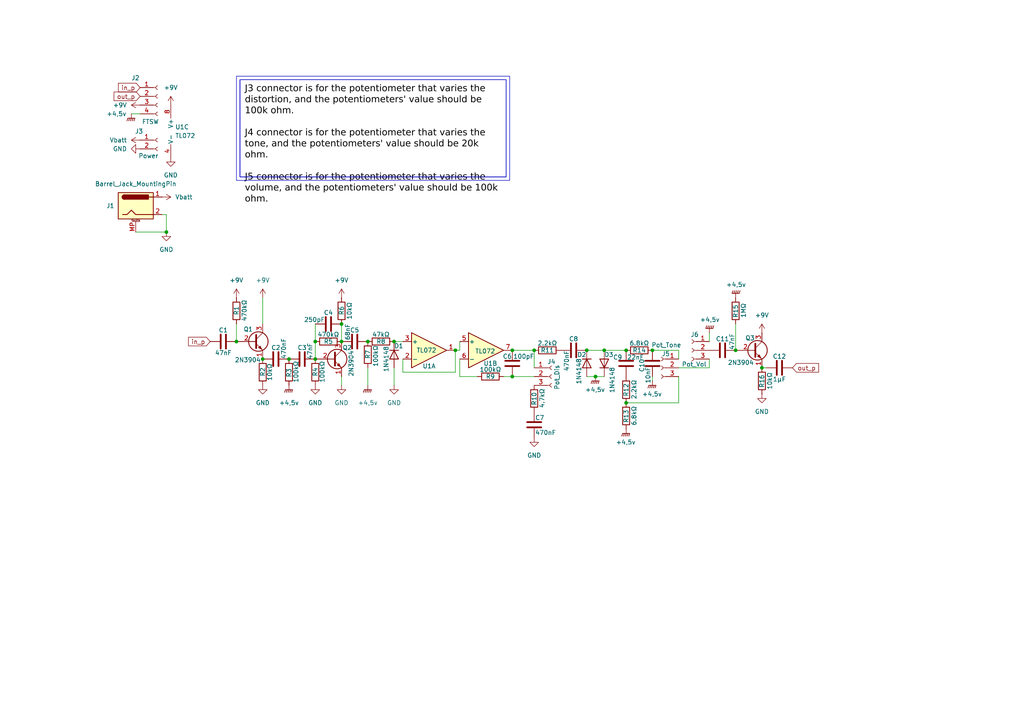
<source format=kicad_sch>
(kicad_sch (version 20231120) (generator "eeschema") (generator_version "8.0")
  (paper "A4")
  (lib_symbols
    (symbol "Amplifier_Operational:TL072" (pin_names (offset 0.127))
      (property "Reference" "U" (at 0 5.08 0))
      (property "Value" "TL072" (at 0 -5.08 0))
      (symbol "TL072_1_1"
        (polyline (pts (xy -5.08 5.08) (xy 5.08 0) (xy -5.08 -5.08) (xy -5.08 5.08)) (stroke (width 0.254)) (fill (type background)))
        (pin output line (at 7.62 0 180) (length 2.54) (name "~") (number "1"))
        (pin input line (at -7.62 -2.54 0) (length 2.54) (name "-") (number "2"))
        (pin input line (at -7.62 2.54 0) (length 2.54) (name "+") (number "3"))
      )
      (symbol "TL072_2_1"
        (polyline (pts (xy -5.08 5.08) (xy 5.08 0) (xy -5.08 -5.08) (xy -5.08 5.08)) (stroke (width 0.254)) (fill (type background)))
        (pin input line (at -7.62 2.54 0) (length 2.54) (name "+") (number "5"))
        (pin input line (at -7.62 -2.54 0) (length 2.54) (name "-") (number "6"))
        (pin output line (at 7.62 0 180) (length 2.54) (name "~") (number "7"))
      )
      (symbol "TL072_3_1"
        (pin power_in line (at -2.54 -7.62 90) (length 3.81) (name "V-") (number "4"))
        (pin power_in line (at -2.54 7.62 270) (length 3.81) (name "V+") (number "8"))
      )
    )
    (symbol "Connector:Barrel_Jack_MountingPin" (pin_names hide)
      (property "Reference" "J" (at 0 5.334 0))
      (property "Value" "Barrel_Jack_MountingPin" (at 1.27 -6.35 0))
      (symbol "Barrel_Jack_MountingPin_0_1"
        (rectangle (start -5.08 3.81) (end 5.08 -3.81) (stroke (width 0.254)) (fill (type background)))
        (arc (start -3.302 3.175) (mid -3.9343 2.54) (end -3.302 1.905) (stroke (width 0.254)))
        (arc (start -3.302 3.175) (mid -3.9343 2.54) (end -3.302 1.905) (stroke (width 0.254)) (fill (type outline)))
        (polyline (pts (xy 5.08 2.54) (xy 3.81 2.54)) (stroke (width 0.254)))
        (polyline (pts (xy -3.81 -2.54) (xy -2.54 -2.54) (xy -1.27 -1.27) (xy 0 -2.54) (xy 2.54 -2.54) (xy 5.08 -2.54)) (stroke (width 0.254)))
        (rectangle (start 3.683 3.175) (end -3.302 1.905) (stroke (width 0.254)) (fill (type outline)))
      )
      (symbol "Barrel_Jack_MountingPin_1_1"
        (polyline (pts (xy -1.016 -4.572) (xy 1.016 -4.572)) (stroke (width 0.1524)))
        (text "Mounting" (at 0 -4.191 0) (effects (font (size 0.381 0.381))))
        (pin passive line (at 7.62 2.54 180) (length 2.54) (name "~") (number "1"))
        (pin passive line (at 7.62 -2.54 180) (length 2.54) (name "~") (number "2"))
        (pin passive line (at 0 -7.62 90) (length 3.048) (name "MountPin") (number "MP"))
      )
    )
    (symbol "Connector:Conn_01x02_Socket" (pin_names (offset 1.016) hide)
      (property "Reference" "J" (at 0 2.54 0))
      (property "Value" "Conn_01x02_Socket" (at 0 -5.08 0))
      (symbol "Conn_01x02_Socket_1_1"
        (arc (start 0 -2.032) (mid -0.5058 -2.54) (end 0 -3.048) (stroke (width 0.1524)))
        (polyline (pts (xy -1.27 -2.54) (xy -0.508 -2.54)) (stroke (width 0.1524)))
        (polyline (pts (xy -1.27 0) (xy -0.508 0)) (stroke (width 0.1524)))
        (arc (start 0 0.508) (mid -0.5058 0) (end 0 -0.508) (stroke (width 0.1524)))
        (pin passive line (at -5.08 0 0) (length 3.81) (name "Pin_1") (number "1"))
        (pin passive line (at -5.08 -2.54 0) (length 3.81) (name "Pin_2") (number "2"))
      )
    )
    (symbol "Connector:Conn_01x03_Socket" (pin_names (offset 1.016) hide)
      (property "Reference" "J" (at 0 5.08 0))
      (property "Value" "Conn_01x03_Socket" (at 0 -5.08 0))
      (symbol "Conn_01x03_Socket_1_1"
        (arc (start 0 -2.032) (mid -0.5058 -2.54) (end 0 -3.048) (stroke (width 0.1524)))
        (polyline (pts (xy -1.27 -2.54) (xy -0.508 -2.54)) (stroke (width 0.1524)))
        (polyline (pts (xy -1.27 0) (xy -0.508 0)) (stroke (width 0.1524)))
        (polyline (pts (xy -1.27 2.54) (xy -0.508 2.54)) (stroke (width 0.1524)))
        (arc (start 0 0.508) (mid -0.5058 0) (end 0 -0.508) (stroke (width 0.1524)))
        (arc (start 0 3.048) (mid -0.5058 2.54) (end 0 2.032) (stroke (width 0.1524)))
        (pin passive line (at -5.08 2.54 0) (length 3.81) (name "Pin_1") (number "1"))
        (pin passive line (at -5.08 0 0) (length 3.81) (name "Pin_2") (number "2"))
        (pin passive line (at -5.08 -2.54 0) (length 3.81) (name "Pin_3") (number "3"))
      )
    )
    (symbol "Connector:Conn_01x04_Socket" (pin_names (offset 1.016) hide)
      (property "Reference" "J" (at 0 5.08 0))
      (property "Value" "Conn_01x04_Socket" (at 0 -7.62 0))
      (symbol "Conn_01x04_Socket_1_1"
        (arc (start 0 -4.572) (mid -0.5058 -5.08) (end 0 -5.588) (stroke (width 0.1524)))
        (arc (start 0 -2.032) (mid -0.5058 -2.54) (end 0 -3.048) (stroke (width 0.1524)))
        (polyline (pts (xy -1.27 -5.08) (xy -0.508 -5.08)) (stroke (width 0.1524)))
        (polyline (pts (xy -1.27 -2.54) (xy -0.508 -2.54)) (stroke (width 0.1524)))
        (polyline (pts (xy -1.27 0) (xy -0.508 0)) (stroke (width 0.1524)))
        (polyline (pts (xy -1.27 2.54) (xy -0.508 2.54)) (stroke (width 0.1524)))
        (arc (start 0 0.508) (mid -0.5058 0) (end 0 -0.508) (stroke (width 0.1524)))
        (arc (start 0 3.048) (mid -0.5058 2.54) (end 0 2.032) (stroke (width 0.1524)))
        (pin passive line (at -5.08 2.54 0) (length 3.81) (name "Pin_1") (number "1"))
        (pin passive line (at -5.08 0 0) (length 3.81) (name "Pin_2") (number "2"))
        (pin passive line (at -5.08 -2.54 0) (length 3.81) (name "Pin_3") (number "3"))
        (pin passive line (at -5.08 -5.08 0) (length 3.81) (name "Pin_4") (number "4"))
      )
    )
    (symbol "Device:C" (pin_numbers hide) (pin_names (offset 0.254))
      (property "Reference" "C" (at 0.635 2.54 0))
      (property "Value" "C" (at 0.635 -2.54 0))
      (symbol "C_0_1"
        (polyline (pts (xy -2.032 -0.762) (xy 2.032 -0.762)) (stroke (width 0.508)))
        (polyline (pts (xy -2.032 0.762) (xy 2.032 0.762)) (stroke (width 0.508)))
      )
      (symbol "C_1_1"
        (pin passive line (at 0 3.81 270) (length 2.794) (name "~") (number "1"))
        (pin passive line (at 0 -3.81 90) (length 2.794) (name "~") (number "2"))
      )
    )
    (symbol "Device:R" (pin_numbers hide) (pin_names (offset 0))
      (property "Reference" "R" (at 2.032 0 90))
      (property "Value" "R" (at 0 0 90))
      (symbol "R_0_1"
        (rectangle (start -1.016 -2.54) (end 1.016 2.54) (stroke (width 0.254)))
      )
      (symbol "R_1_1"
        (pin passive line (at 0 3.81 270) (length 1.27) (name "~") (number "1"))
        (pin passive line (at 0 -3.81 90) (length 1.27) (name "~") (number "2"))
      )
    )
    (symbol "Diode:1N4148" (pin_numbers hide) (pin_names hide)
      (property "Reference" "D" (at 0 2.54 0))
      (property "Value" "1N4148" (at 0 -2.54 0))
      (symbol "1N4148_0_1"
        (polyline (pts (xy -1.27 1.27) (xy -1.27 -1.27)) (stroke (width 0.254)))
        (polyline (pts (xy 1.27 0) (xy -1.27 0)))
        (polyline (pts (xy 1.27 1.27) (xy 1.27 -1.27) (xy -1.27 0) (xy 1.27 1.27)) (stroke (width 0.254)))
      )
      (symbol "1N4148_1_1"
        (pin passive line (at -3.81 0 0) (length 2.54) (name "K") (number "1"))
        (pin passive line (at 3.81 0 180) (length 2.54) (name "A") (number "2"))
      )
    )
    (symbol "Transistor_BJT:2N3904" (pin_names (offset 0) hide)
      (property "Reference" "Q" (at 5.08 1.905 0))
      (property "Value" "2N3904" (at 5.08 0 0))
      (symbol "2N3904_0_1"
        (polyline (pts (xy 0.635 0.635) (xy 2.54 2.54)))
        (polyline (pts (xy 0.635 -0.635) (xy 2.54 -2.54) (xy 2.54 -2.54)))
        (polyline (pts (xy 0.635 1.905) (xy 0.635 -1.905) (xy 0.635 -1.905)) (stroke (width 0.508)))
        (polyline (pts (xy 1.27 -1.778) (xy 1.778 -1.27) (xy 2.286 -2.286) (xy 1.27 -1.778) (xy 1.27 -1.778)) (fill (type outline)))
        (circle (center 1.27 0) (radius 2.8194) (stroke (width 0.254)))
      )
      (symbol "2N3904_1_1"
        (pin passive line (at 2.54 -5.08 90) (length 2.54) (name "E") (number "1"))
        (pin passive line (at -5.08 0 0) (length 5.715) (name "B") (number "2"))
        (pin passive line (at 2.54 5.08 270) (length 2.54) (name "C") (number "3"))
      )
    )
    (symbol "power:+9V" (power) (pin_numbers hide) (pin_names (offset 0) hide)
      (property "Value" "+9V" (at 0 3.556 0))
      (symbol "+9V_0_1"
        (polyline (pts (xy -0.762 1.27) (xy 0 2.54)))
        (polyline (pts (xy 0 0) (xy 0 2.54)))
        (polyline (pts (xy 0 2.54) (xy 0.762 1.27)))
      )
      (symbol "+9V_1_1"
        (pin power_in line (at 0 0 90) (length 0) (name "~") (number "1"))
      )
    )
    (symbol "power:+BATT" (power) (pin_numbers hide) (pin_names (offset 0) hide)
      (property "Value" "+BATT" (at 0 3.556 0))
      (symbol "+BATT_0_1"
        (polyline (pts (xy -0.762 1.27) (xy 0 2.54)))
        (polyline (pts (xy 0 0) (xy 0 2.54)))
        (polyline (pts (xy 0 2.54) (xy 0.762 1.27)))
      )
      (symbol "+BATT_1_1"
        (pin power_in line (at 0 0 90) (length 0) (name "~") (number "1"))
      )
    )
    (symbol "power:GND" (power) (pin_numbers hide) (pin_names (offset 0) hide)
      (property "Value" "GND" (at 0 -3.81 0))
      (symbol "GND_0_1"
        (polyline (pts (xy 0 0) (xy 0 -1.27) (xy 1.27 -1.27) (xy 0 -2.54) (xy -1.27 -1.27) (xy 0 -1.27)))
      )
      (symbol "GND_1_1"
        (pin power_in line (at 0 0 270) (length 0) (name "~") (number "1"))
      )
    )
    (symbol "power:GNDPWR" (power) (pin_numbers hide) (pin_names (offset 0) hide)
      (property "Value" "GNDPWR" (at 0 -3.302 0))
      (symbol "GNDPWR_0_1"
        (polyline (pts (xy 0 -1.27) (xy 0 0)))
        (polyline (pts (xy -1.016 -1.27) (xy -1.27 -2.032) (xy -1.27 -2.032)) (stroke (width 0.2032)))
        (polyline (pts (xy -0.508 -1.27) (xy -0.762 -2.032) (xy -0.762 -2.032)) (stroke (width 0.2032)))
        (polyline (pts (xy 0 -1.27) (xy -0.254 -2.032) (xy -0.254 -2.032)) (stroke (width 0.2032)))
        (polyline (pts (xy 0.508 -1.27) (xy 0.254 -2.032) (xy 0.254 -2.032)) (stroke (width 0.2032)))
        (polyline (pts (xy 1.016 -1.27) (xy -1.016 -1.27) (xy -1.016 -1.27)) (stroke (width 0.2032)))
        (polyline (pts (xy 1.016 -1.27) (xy 0.762 -2.032) (xy 0.762 -2.032) (xy 0.762 -2.032)) (stroke (width 0.2032)))
      )
      (symbol "GNDPWR_1_1"
        (pin power_in line (at 0 0 270) (length 0) (name "~") (number "1"))
      )
    )
  )
  (junction (at 91.44 104.14))
  (junction (at 148.59 109.22))
  (junction (at 148.59 101.6))
  (junction (at 181.61 101.6))
  (junction (at 181.61 116.84))
  (junction (at 132.08 101.6))
  (junction (at 83.82 104.14))
  (junction (at 91.44 99.06))
  (junction (at 99.06 99.06))
  (junction (at 170.18 101.6))
  (junction (at 172.72 109.22))
  (junction (at 213.36 101.6))
  (junction (at 76.2 104.14))
  (junction (at 106.68 99.06))
  (junction (at 114.3 99.06))
  (junction (at 48.26 67.31))
  (junction (at 175.26 101.6))
  (junction (at 189.23 101.6))
  (junction (at 220.98 106.68))
  (junction (at 99.06 93.98))
  (junction (at 68.58 99.06))
  (junction (at 154.94 101.6))
  (wire (pts (xy 116.84 107.95) (xy 132.08 107.95)))
  (wire (pts (xy 175.26 101.6) (xy 181.61 101.6)))
  (wire (pts (xy 148.59 101.6) (xy 154.94 101.6)))
  (wire (pts (xy 196.85 116.84) (xy 196.85 109.22)))
  (wire (pts (xy 39.37 67.31) (xy 48.26 67.31)))
  (wire (pts (xy 114.3 111.76) (xy 114.3 106.68)))
  (wire (pts (xy 99.06 93.98) (xy 99.06 99.06)))
  (wire (pts (xy 205.74 104.14) (xy 205.74 106.68)))
  (wire (pts (xy 91.44 99.06) (xy 91.44 104.14)))
  (wire (pts (xy 205.74 106.68) (xy 196.85 106.68)))
  (wire (pts (xy 170.18 109.22) (xy 172.72 109.22)))
  (wire (pts (xy 222.25 106.68) (xy 220.98 106.68)))
  (wire (pts (xy 205.74 96.52) (xy 205.74 99.06)))
  (wire (pts (xy 38.1 33.02) (xy 40.64 33.02)))
  (wire (pts (xy 196.85 104.14) (xy 196.85 101.6)))
  (wire (pts (xy 91.44 93.98) (xy 91.44 99.06)))
  (wire (pts (xy 68.58 93.98) (xy 68.58 99.06)))
  (wire (pts (xy 133.35 99.06) (xy 133.35 101.6)))
  (wire (pts (xy 132.08 101.6) (xy 133.35 101.6)))
  (wire (pts (xy 133.35 109.22) (xy 133.35 104.14)))
  (wire (pts (xy 213.36 93.98) (xy 213.36 101.6)))
  (wire (pts (xy 114.3 99.06) (xy 116.84 99.06)))
  (wire (pts (xy 146.05 109.22) (xy 148.59 109.22)))
  (wire (pts (xy 116.84 104.14) (xy 116.84 107.95)))
  (wire (pts (xy 172.72 109.22) (xy 175.26 109.22)))
  (wire (pts (xy 196.85 101.6) (xy 189.23 101.6)))
  (wire (pts (xy 154.94 101.6) (xy 154.94 106.68)))
  (wire (pts (xy 132.08 107.95) (xy 132.08 101.6)))
  (wire (pts (xy 170.18 101.6) (xy 175.26 101.6)))
  (wire (pts (xy 138.43 109.22) (xy 133.35 109.22)))
  (wire (pts (xy 99.06 109.22) (xy 99.06 111.76)))
  (wire (pts (xy 76.2 86.36) (xy 76.2 93.98)))
  (wire (pts (xy 106.68 111.76) (xy 106.68 106.68)))
  (wire (pts (xy 48.26 67.31) (xy 48.26 62.23)))
  (wire (pts (xy 148.59 109.22) (xy 154.94 109.22)))
  (wire (pts (xy 189.23 109.22) (xy 189.23 110.49)))
  (wire (pts (xy 46.99 62.23) (xy 48.26 62.23)))
  (wire (pts (xy 181.61 116.84) (xy 196.85 116.84)))
  (rectangle (start 68.58 22.098) (end 147.828 52.324))
  (rectangle (start 69.596 23.114) (end 146.812 51.308))
  (text_box "J3 connector is for the potentiometer that varies the distortion, and the potentiometers' value should be 100k ohm.\n\nJ4 connector is for the potentiometer that varies the tone, and the potentiometers' value should be 20k ohm.\n\nJ5 connector is for the potentiometer that varies the volume, and the potentiometers' value should be 100k ohm." (at 69.596 23.114 0) (size 77.216 28.194) (effects (font (size 1.905 1.905) (italic yes)) (justify left top)))
  (global_label "in_p" (shape input) (at 40.64 25.4 180) (property "Intersheetrefs" "${INTERSHEET_REFS}" (effects (hide yes))))
  (global_label "in_p" (shape input) (at 60.96 99.06 180) (property "Intersheetrefs" "${INTERSHEET_REFS}" (effects (hide yes))))
  (global_label "out_p" (shape input) (at 40.64 27.94 180) (property "Intersheetrefs" "${INTERSHEET_REFS}" (effects (hide yes))))
  (global_label "out_p" (shape input) (at 229.87 106.68 0) (property "Intersheetrefs" "${INTERSHEET_REFS}" (effects (hide yes))))
  (symbol (lib_id "Amplifier_Operational:TL072") (at 140.97 101.6 0) (unit 2)
    (property "Reference" "U1" (at 142.24 105.41 0))
    (property "Value" "TL072" (at 140.716 101.854 0))
    (property "Footprint" "Package_DIP:DIP-8_W8.89mm_SMDSocket_LongPads" (effects (hide yes)))
    (property "Datasheet" "http://www.ti.com/lit/ds/symlink/tl071.pdf" (effects (hide yes)))
    (property "Description" "Dual Low-Noise JFET-Input Operational Amplifiers, DIP-8/SOIC-8" (effects (hide yes)))
  )
  (symbol (lib_id "Transistor_BJT:2N3904") (at 73.66 99.06 0) (unit 1)
    (property "Reference" "Q1" (at 70.612 95.504 0) (effects (justify left)))
    (property "Value" "2N3904" (at 68.072 104.394 0) (effects (justify left)))
    (property "Footprint" "Package_TO_SOT_THT:TO-92_Inline" (effects (hide yes)))
    (property "Datasheet" "https://www.onsemi.com/pub/Collateral/2N3903-D.PDF" (effects (hide yes)))
    (property "Description" "0.2A Ic, 40V Vce, Small Signal NPN Transistor, TO-92" (effects (hide yes)))
  )
  (symbol (lib_id "Amplifier_Operational:TL072") (at 52.07 38.1 0) (unit 3)
    (property "Reference" "U1" (at 50.8 36.8299 0) (effects (justify left)))
    (property "Value" "TL072" (at 50.8 39.3699 0) (effects (justify left)))
    (property "Footprint" "Package_DIP:DIP-8_W8.89mm_SMDSocket_LongPads" (effects (hide yes)))
    (property "Datasheet" "http://www.ti.com/lit/ds/symlink/tl071.pdf" (effects (hide yes)))
    (property "Description" "Dual Low-Noise JFET-Input Operational Amplifiers, DIP-8/SOIC-8" (effects (hide yes)))
  )
  (symbol (lib_id "power:+9V") (at 99.06 86.36 0) (unit 1)
    (property "Reference" "#PWR014" (effects (hide yes)))
    (property "Value" "+9V" (at 99.06 81.28 0))
    (property "Description" "Power symbol creates a global label with name \"+9V\"" (effects (hide yes)))
  )
  (symbol (lib_id "Device:R") (at 76.2 107.95 0) (unit 1)
    (property "Reference" "R2" (at 76.2 109.22 90) (effects (justify left)))
    (property "Value" "10kΩ" (at 78.232 110.49 90) (effects (justify left)))
    (property "Footprint" "Resistor_SMD:R_0603_1608Metric_Pad0.98x0.95mm_HandSolder" (effects (hide yes)))
    (property "Description" "Resistor" (effects (hide yes)))
  )
  (symbol (lib_id "power:GND") (at 48.26 67.31 0) (unit 1)
    (property "Reference" "#PWR06" (effects (hide yes)))
    (property "Value" "GND" (at 48.26 72.39 0))
    (property "Description" "Power symbol creates a global label with name \"GND\" , ground" (effects (hide yes)))
  )
  (symbol (lib_id "Device:C") (at 148.59 105.41 0) (unit 1)
    (property "Reference" "C6" (at 145.796 103.378 0) (effects (justify left)))
    (property "Value" "100pF" (at 148.844 103.378 0) (effects (justify left)))
    (property "Footprint" "Capacitor_SMD:C_0603_1608Metric_Pad1.08x0.95mm_HandSolder" (effects (hide yes)))
    (property "Description" "Unpolarized capacitor" (effects (hide yes)))
  )
  (symbol (lib_id "power:GND") (at 220.98 114.3 0) (unit 1)
    (property "Reference" "#PWR025" (effects (hide yes)))
    (property "Value" "GND" (at 220.98 119.38 0))
    (property "Description" "Power symbol creates a global label with name \"GND\" , ground" (effects (hide yes)))
  )
  (symbol (lib_id "power:GNDPWR") (at 38.1 33.02 0) (unit 1)
    (property "Reference" "#PWR01" (effects (hide yes)))
    (property "Value" "+4,5v" (at 33.782 33.02 0))
    (property "Description" "Power symbol creates a global label with name \"GNDPWR\" , global ground" (effects (hide yes)))
  )
  (symbol (lib_id "Device:C") (at 95.25 93.98 90) (unit 1)
    (property "Reference" "C4" (at 95.25 90.678 90))
    (property "Value" "250pF" (at 91.186 92.71 90))
    (property "Footprint" "Capacitor_SMD:C_0603_1608Metric_Pad1.08x0.95mm_HandSolder" (effects (hide yes)))
    (property "Description" "Unpolarized capacitor" (effects (hide yes)))
  )
  (symbol (lib_id "Diode:1N4148") (at 114.3 102.87 270) (unit 1)
    (property "Reference" "D1" (at 114.3 100.33 90) (effects (justify left)))
    (property "Value" "1N4148" (at 112.014 100.33 0) (effects (justify left)))
    (property "Footprint" "Diode_THT:D_DO-35_SOD27_P7.62mm_Horizontal" (effects (hide yes)))
    (property "Datasheet" "https://assets.nexperia.com/documents/data-sheet/1N4148_1N4448.pdf" (effects (hide yes)))
    (property "Description" "100V 0.15A standard switching diode, DO-35" (effects (hide yes)))
    (property "Sim.Device" "D" (effects (hide yes)))
    (property "Sim.Pins" "1=K 2=A" (effects (hide yes)))
  )
  (symbol (lib_id "power:GND") (at 49.53 45.72 0) (unit 1)
    (property "Reference" "#PWR08" (effects (hide yes)))
    (property "Value" "GND" (at 49.53 50.8 0))
    (property "Description" "Power symbol creates a global label with name \"GND\" , ground" (effects (hide yes)))
  )
  (symbol (lib_id "Device:R") (at 154.94 115.57 0) (unit 1)
    (property "Reference" "R10" (at 154.94 117.602 90) (effects (justify left)))
    (property "Value" "4.7kΩ" (at 157.226 118.364 90) (effects (justify left)))
    (property "Footprint" "Resistor_SMD:R_0603_1608Metric_Pad0.98x0.95mm_HandSolder" (effects (hide yes)))
    (property "Description" "Resistor" (effects (hide yes)))
  )
  (symbol (lib_id "Device:R") (at 95.25 99.06 90) (unit 1)
    (property "Reference" "R5" (at 95.25 99.06 90))
    (property "Value" "470kΩ" (at 95.25 97.028 90))
    (property "Footprint" "Resistor_SMD:R_0603_1608Metric_Pad0.98x0.95mm_HandSolder" (effects (hide yes)))
    (property "Description" "Resistor" (effects (hide yes)))
  )
  (symbol (lib_id "Connector:Conn_01x03_Socket") (at 160.02 109.22 0) (unit 1)
    (property "Reference" "J4" (at 158.75 104.902 0) (effects (justify left)))
    (property "Value" "Pot_Dis" (at 161.544 113.03 90) (effects (justify left)))
    (property "Footprint" "Connector_JST:JST_XH_B3B-XH-A_1x03_P2.50mm_Vertical" (effects (hide yes)))
    (property "Description" "Generic connector, single row, 01x03, script generated" (effects (hide yes)))
  )
  (symbol (lib_id "power:GND") (at 114.3 111.76 0) (unit 1)
    (property "Reference" "#PWR017" (effects (hide yes)))
    (property "Value" "GND" (at 114.3 116.84 0))
    (property "Description" "Power symbol creates a global label with name \"GND\" , ground" (effects (hide yes)))
  )
  (symbol (lib_id "power:+9V") (at 49.53 30.48 0) (unit 1)
    (property "Reference" "#PWR07" (effects (hide yes)))
    (property "Value" "+9V" (at 49.53 25.4 0))
    (property "Description" "Power symbol creates a global label with name \"+9V\"" (effects (hide yes)))
  )
  (symbol (lib_id "Connector:Barrel_Jack_MountingPin") (at 39.37 59.69 0) (unit 1)
    (property "Reference" "J1" (at 32.004 59.69 0))
    (property "Value" "Barrel_Jack_MountingPin" (at 39.37 53.34 0))
    (property "Footprint" "Connector_BarrelJack:BarrelJack_Kycon_KLDX-0202-xC_Horizontal" (effects (hide yes)))
    (property "Description" "DC Barrel Jack with a mounting pin" (effects (hide yes)))
  )
  (symbol (lib_id "Device:R") (at 158.75 101.6 90) (unit 1)
    (property "Reference" "R11" (at 158.75 101.6 90))
    (property "Value" "2.2kΩ" (at 158.75 99.568 90))
    (property "Footprint" "Resistor_SMD:R_0603_1608Metric_Pad0.98x0.95mm_HandSolder" (effects (hide yes)))
    (property "Description" "Resistor" (effects (hide yes)))
  )
  (symbol (lib_id "power:GNDPWR") (at 205.74 96.52 180) (unit 1)
    (property "Reference" "#PWR022" (effects (hide yes)))
    (property "Value" "+4,5v" (at 205.867 92.71 0))
    (property "Description" "Power symbol creates a global label with name \"GNDPWR\" , global ground" (effects (hide yes)))
  )
  (symbol (lib_id "power:GND") (at 40.64 43.18 270) (unit 1)
    (property "Reference" "#PWR04" (effects (hide yes)))
    (property "Value" "GND" (at 36.83 43.1799 90) (effects (justify right)))
    (property "Description" "Power symbol creates a global label with name \"GND\" , ground" (effects (hide yes)))
  )
  (symbol (lib_id "Device:R") (at 181.61 120.65 0) (unit 1)
    (property "Reference" "R13" (at 181.61 122.682 90) (effects (justify left)))
    (property "Value" "6.8kΩ" (at 183.896 123.444 90) (effects (justify left)))
    (property "Footprint" "Resistor_SMD:R_0603_1608Metric_Pad0.98x0.95mm_HandSolder" (effects (hide yes)))
    (property "Description" "Resistor" (effects (hide yes)))
  )
  (symbol (lib_id "Amplifier_Operational:TL072") (at 124.46 101.6 0) (unit 1)
    (property "Reference" "U1" (at 124.46 106.172 0))
    (property "Value" "TL072" (at 123.698 101.6 0))
    (property "Footprint" "Package_DIP:DIP-8_W8.89mm_SMDSocket_LongPads" (effects (hide yes)))
    (property "Datasheet" "http://www.ti.com/lit/ds/symlink/tl071.pdf" (effects (hide yes)))
    (property "Description" "Dual Low-Noise JFET-Input Operational Amplifiers, DIP-8/SOIC-8" (effects (hide yes)))
  )
  (symbol (lib_id "Device:R") (at 213.36 90.17 0) (unit 1)
    (property "Reference" "R15" (at 213.36 92.202 90) (effects (justify left)))
    (property "Value" "1MΩ" (at 215.646 92.202 90) (effects (justify left)))
    (property "Footprint" "Resistor_SMD:R_0603_1608Metric_Pad0.98x0.95mm_HandSolder" (effects (hide yes)))
    (property "Description" "Resistor" (effects (hide yes)))
  )
  (symbol (lib_id "Device:R") (at 142.24 109.22 90) (unit 1)
    (property "Reference" "R9" (at 142.24 109.22 90))
    (property "Value" "100kΩ" (at 142.24 107.188 90))
    (property "Footprint" "Resistor_SMD:R_0603_1608Metric_Pad0.98x0.95mm_HandSolder" (effects (hide yes)))
    (property "Description" "Resistor" (effects (hide yes)))
  )
  (symbol (lib_id "Connector:Conn_01x04_Socket") (at 45.72 27.94 0) (unit 1)
    (property "Reference" "J2" (at 38.1 22.606 0) (effects (justify left)))
    (property "Value" "FTSW" (at 41.148 35.306 0) (effects (justify left)))
    (property "Footprint" "Connector_JST:JST_XH_B4B-XH-A_1x04_P2.50mm_Vertical" (effects (hide yes)))
    (property "Description" "Generic connector, single row, 01x04, script generated" (effects (hide yes)))
  )
  (symbol (lib_id "power:GND") (at 99.06 111.76 0) (unit 1)
    (property "Reference" "#PWR015" (effects (hide yes)))
    (property "Value" "GND" (at 99.06 116.84 0))
    (property "Description" "Power symbol creates a global label with name \"GND\" , ground" (effects (hide yes)))
  )
  (symbol (lib_id "Device:C") (at 181.61 105.41 0) (unit 1)
    (property "Reference" "C9" (at 177.8 103.632 0) (effects (justify left)))
    (property "Value" "22nF" (at 181.864 103.632 0) (effects (justify left)))
    (property "Footprint" "Capacitor_SMD:C_0603_1608Metric_Pad1.08x0.95mm_HandSolder" (effects (hide yes)))
    (property "Description" "Unpolarized capacitor" (effects (hide yes)))
  )
  (symbol (lib_id "Device:R") (at 68.58 90.17 0) (unit 1)
    (property "Reference" "R1" (at 68.58 91.44 90) (effects (justify left)))
    (property "Value" "470kΩ" (at 70.866 93.218 90) (effects (justify left)))
    (property "Footprint" "Resistor_SMD:R_0603_1608Metric_Pad0.98x0.95mm_HandSolder" (effects (hide yes)))
    (property "Description" "Resistor" (effects (hide yes)))
  )
  (symbol (lib_id "Device:R") (at 99.06 90.17 0) (unit 1)
    (property "Reference" "R6" (at 99.06 91.44 90) (effects (justify left)))
    (property "Value" "10kΩ" (at 101.346 92.71 90) (effects (justify left)))
    (property "Footprint" "Resistor_SMD:R_0603_1608Metric_Pad0.98x0.95mm_HandSolder" (effects (hide yes)))
    (property "Description" "Resistor" (effects (hide yes)))
  )
  (symbol (lib_id "Connector:Conn_01x03_Socket") (at 191.77 106.68 0) (mirror y) (unit 1)
    (property "Reference" "J5" (at 194.31 102.616 0) (effects (justify left)))
    (property "Value" "Pot_Tone" (at 197.612 100.076 0) (effects (justify left)))
    (property "Footprint" "Connector_JST:JST_XH_B3B-XH-A_1x03_P2.50mm_Vertical" (effects (hide yes)))
    (property "Description" "Generic connector, single row, 01x03, script generated" (effects (hide yes)))
  )
  (symbol (lib_id "power:GND") (at 91.44 111.76 0) (unit 1)
    (property "Reference" "#PWR013" (effects (hide yes)))
    (property "Value" "GND" (at 91.44 116.84 0))
    (property "Description" "Power symbol creates a global label with name \"GND\" , ground" (effects (hide yes)))
  )
  (symbol (lib_id "Device:C") (at 102.87 99.06 90) (unit 1)
    (property "Reference" "C5" (at 102.87 95.758 90))
    (property "Value" "68nF" (at 100.838 96.266 0))
    (property "Footprint" "Capacitor_SMD:C_0603_1608Metric_Pad1.08x0.95mm_HandSolder" (effects (hide yes)))
    (property "Description" "Unpolarized capacitor" (effects (hide yes)))
  )
  (symbol (lib_id "power:GNDPWR") (at 83.82 111.76 0) (unit 1)
    (property "Reference" "#PWR012" (effects (hide yes)))
    (property "Value" "+4,5v" (at 83.82 116.84 0))
    (property "Description" "Power symbol creates a global label with name \"GNDPWR\" , global ground" (effects (hide yes)))
  )
  (symbol (lib_id "Device:R") (at 220.98 110.49 0) (unit 1)
    (property "Reference" "R16" (at 220.98 112.522 90) (effects (justify left)))
    (property "Value" "10kΩ" (at 223.266 113.03 90) (effects (justify left)))
    (property "Footprint" "Resistor_SMD:R_0603_1608Metric_Pad0.98x0.95mm_HandSolder" (effects (hide yes)))
    (property "Description" "Resistor" (effects (hide yes)))
  )
  (symbol (lib_id "Device:R") (at 83.82 107.95 0) (unit 1)
    (property "Reference" "R3" (at 83.82 109.474 90) (effects (justify left)))
    (property "Value" "100kΩ" (at 85.852 110.998 90) (effects (justify left)))
    (property "Footprint" "Resistor_SMD:R_0603_1608Metric_Pad0.98x0.95mm_HandSolder" (effects (hide yes)))
    (property "Description" "Resistor" (effects (hide yes)))
  )
  (symbol (lib_id "power:+9V") (at 68.58 86.36 0) (unit 1)
    (property "Reference" "#PWR09" (effects (hide yes)))
    (property "Value" "+9V" (at 68.58 81.28 0))
    (property "Description" "Power symbol creates a global label with name \"+9V\"" (effects (hide yes)))
  )
  (symbol (lib_id "power:GND") (at 154.94 127 0) (unit 1)
    (property "Reference" "#PWR018" (effects (hide yes)))
    (property "Value" "GND" (at 154.94 132.08 0))
    (property "Description" "Power symbol creates a global label with name \"GND\" , ground" (effects (hide yes)))
  )
  (symbol (lib_id "power:+BATT") (at 46.99 57.15 270) (unit 1)
    (property "Reference" "#PWR05" (effects (hide yes)))
    (property "Value" "Vbatt" (at 50.8 57.1499 90) (effects (justify left)))
    (property "Description" "Power symbol creates a global label with name \"+BATT\"" (effects (hide yes)))
  )
  (symbol (lib_id "Device:R") (at 106.68 102.87 0) (unit 1)
    (property "Reference" "R7" (at 106.68 104.14 90) (effects (justify left)))
    (property "Value" "100kΩ" (at 108.966 106.426 90) (effects (justify left)))
    (property "Footprint" "Resistor_SMD:R_0603_1608Metric_Pad0.98x0.95mm_HandSolder" (effects (hide yes)))
    (property "Description" "Resistor" (effects (hide yes)))
  )
  (symbol (lib_id "Device:R") (at 91.44 107.95 0) (unit 1)
    (property "Reference" "R4" (at 91.44 109.22 90) (effects (justify left)))
    (property "Value" "100kΩ" (at 93.472 110.998 90) (effects (justify left)))
    (property "Footprint" "Resistor_SMD:R_0603_1608Metric_Pad0.98x0.95mm_HandSolder" (effects (hide yes)))
    (property "Description" "Resistor" (effects (hide yes)))
  )
  (symbol (lib_id "power:GND") (at 76.2 111.76 0) (unit 1)
    (property "Reference" "#PWR011" (effects (hide yes)))
    (property "Value" "GND" (at 76.2 116.84 0))
    (property "Description" "Power symbol creates a global label with name \"GND\" , ground" (effects (hide yes)))
  )
  (symbol (lib_id "power:+BATT") (at 40.64 40.64 90) (unit 1)
    (property "Reference" "#PWR03" (effects (hide yes)))
    (property "Value" "Vbatt" (at 36.83 40.6399 90) (effects (justify left)))
    (property "Description" "Power symbol creates a global label with name \"+BATT\"" (effects (hide yes)))
  )
  (symbol (lib_id "Diode:1N4148") (at 170.18 105.41 270) (unit 1)
    (property "Reference" "D2" (at 167.386 102.87 90) (effects (justify left)))
    (property "Value" "1N4148" (at 167.894 103.886 0) (effects (justify left)))
    (property "Footprint" "Diode_THT:D_DO-35_SOD27_P7.62mm_Horizontal" (effects (hide yes)))
    (property "Datasheet" "https://assets.nexperia.com/documents/data-sheet/1N4148_1N4448.pdf" (effects (hide yes)))
    (property "Description" "100V 0.15A standard switching diode, DO-35" (effects (hide yes)))
    (property "Sim.Device" "D" (effects (hide yes)))
    (property "Sim.Pins" "1=K 2=A" (effects (hide yes)))
  )
  (symbol (lib_id "Device:R") (at 181.61 113.03 0) (unit 1)
    (property "Reference" "R12" (at 181.61 115.062 90) (effects (justify left)))
    (property "Value" "2.2kΩ" (at 183.896 115.824 90) (effects (justify left)))
    (property "Footprint" "Resistor_SMD:R_0603_1608Metric_Pad0.98x0.95mm_HandSolder" (effects (hide yes)))
    (property "Description" "Resistor" (effects (hide yes)))
  )
  (symbol (lib_id "Device:C") (at 209.55 101.6 90) (unit 1)
    (property "Reference" "C11" (at 209.55 98.298 90))
    (property "Value" "47nF" (at 212.344 99.06 0))
    (property "Footprint" "Capacitor_SMD:C_0603_1608Metric_Pad1.08x0.95mm_HandSolder" (effects (hide yes)))
    (property "Description" "Unpolarized capacitor" (effects (hide yes)))
  )
  (symbol (lib_id "power:GNDPWR") (at 189.23 110.49 0) (unit 1)
    (property "Reference" "#PWR021" (effects (hide yes)))
    (property "Value" "+4,5v" (at 189.103 114.3 0))
    (property "Description" "Power symbol creates a global label with name \"GNDPWR\" , global ground" (effects (hide yes)))
  )
  (symbol (lib_id "Diode:1N4148") (at 175.26 105.41 90) (unit 1)
    (property "Reference" "D3" (at 175.26 102.87 90) (effects (justify right)))
    (property "Value" "1N4148" (at 177.546 106.426 0) (effects (justify right)))
    (property "Footprint" "Diode_THT:D_DO-35_SOD27_P7.62mm_Horizontal" (effects (hide yes)))
    (property "Datasheet" "https://assets.nexperia.com/documents/data-sheet/1N4148_1N4448.pdf" (effects (hide yes)))
    (property "Description" "100V 0.15A standard switching diode, DO-35" (effects (hide yes)))
    (property "Sim.Device" "D" (effects (hide yes)))
    (property "Sim.Pins" "1=K 2=A" (effects (hide yes)))
  )
  (symbol (lib_id "Connector:Conn_01x02_Socket") (at 45.72 40.64 0) (unit 1)
    (property "Reference" "J3" (at 39.116 38.1 0) (effects (justify left)))
    (property "Value" "Power" (at 40.132 45.212 0) (effects (justify left)))
    (property "Footprint" "Connector_JST:JST_XH_B2B-XH-A_1x02_P2.50mm_Vertical" (effects (hide yes)))
    (property "Description" "Generic connector, single row, 01x02, script generated" (effects (hide yes)))
  )
  (symbol (lib_id "power:+9V") (at 76.2 86.36 0) (unit 1)
    (property "Reference" "#PWR010" (effects (hide yes)))
    (property "Value" "+9V" (at 76.2 81.28 0))
    (property "Description" "Power symbol creates a global label with name \"+9V\"" (effects (hide yes)))
  )
  (symbol (lib_id "power:+9V") (at 220.98 96.52 0) (unit 1)
    (property "Reference" "#PWR024" (effects (hide yes)))
    (property "Value" "+9V" (at 220.98 91.44 0))
    (property "Description" "Power symbol creates a global label with name \"+9V\"" (effects (hide yes)))
  )
  (symbol (lib_id "power:GNDPWR") (at 106.68 111.76 0) (unit 1)
    (property "Reference" "#PWR016" (effects (hide yes)))
    (property "Value" "+4,5v" (at 106.68 116.84 0))
    (property "Description" "Power symbol creates a global label with name \"GNDPWR\" , global ground" (effects (hide yes)))
  )
  (symbol (lib_id "power:+9V") (at 40.64 30.48 90) (unit 1)
    (property "Reference" "#PWR02" (effects (hide yes)))
    (property "Value" "+9V" (at 36.83 30.4799 90) (effects (justify left)))
    (property "Description" "Power symbol creates a global label with name \"+9V\"" (effects (hide yes)))
  )
  (symbol (lib_id "Transistor_BJT:2N3904") (at 218.44 101.6 0) (unit 1)
    (property "Reference" "Q3" (at 216.154 98.044 0) (effects (justify left)))
    (property "Value" "2N3904" (at 211.074 105.156 0) (effects (justify left)))
    (property "Footprint" "Package_TO_SOT_THT:TO-92_Inline" (effects (hide yes)))
    (property "Datasheet" "https://www.onsemi.com/pub/Collateral/2N3903-D.PDF" (effects (hide yes)))
    (property "Description" "0.2A Ic, 40V Vce, Small Signal NPN Transistor, TO-92" (effects (hide yes)))
  )
  (symbol (lib_id "Device:R") (at 110.49 99.06 90) (unit 1)
    (property "Reference" "R8" (at 110.49 99.06 90))
    (property "Value" "47kΩ" (at 110.49 97.028 90))
    (property "Footprint" "Resistor_SMD:R_0603_1608Metric_Pad0.98x0.95mm_HandSolder" (effects (hide yes)))
    (property "Description" "Resistor" (effects (hide yes)))
  )
  (symbol (lib_id "Transistor_BJT:2N3904") (at 96.52 104.14 0) (unit 1)
    (property "Reference" "Q2" (at 99.314 100.838 0) (effects (justify left)))
    (property "Value" "2N3904" (at 101.854 109.22 90) (effects (justify left)))
    (property "Footprint" "Package_TO_SOT_THT:TO-92_Inline" (effects (hide yes)))
    (property "Datasheet" "https://www.onsemi.com/pub/Collateral/2N3903-D.PDF" (effects (hide yes)))
    (property "Description" "0.2A Ic, 40V Vce, Small Signal NPN Transistor, TO-92" (effects (hide yes)))
  )
  (symbol (lib_id "Device:C") (at 80.01 104.14 90) (unit 1)
    (property "Reference" "C2" (at 80.01 100.838 90))
    (property "Value" "470nF" (at 82.296 101.092 0))
    (property "Footprint" "Capacitor_SMD:C_0603_1608Metric_Pad1.08x0.95mm_HandSolder" (effects (hide yes)))
    (property "Description" "Unpolarized capacitor" (effects (hide yes)))
  )
  (symbol (lib_id "Device:C") (at 189.23 105.41 180) (unit 1)
    (property "Reference" "C10" (at 186.182 107.95 90) (effects (justify right)))
    (property "Value" "10nF" (at 187.96 111.252 90) (effects (justify right)))
    (property "Footprint" "Capacitor_SMD:C_0603_1608Metric_Pad1.08x0.95mm_HandSolder" (effects (hide yes)))
    (property "Description" "Unpolarized capacitor" (effects (hide yes)))
  )
  (symbol (lib_id "Device:C") (at 87.63 104.14 90) (unit 1)
    (property "Reference" "C3" (at 87.63 100.838 90))
    (property "Value" "47nF" (at 89.916 101.854 0))
    (property "Footprint" "Capacitor_SMD:C_0603_1608Metric_Pad1.08x0.95mm_HandSolder" (effects (hide yes)))
    (property "Description" "Unpolarized capacitor" (effects (hide yes)))
  )
  (symbol (lib_id "Device:C") (at 226.06 106.68 90) (unit 1)
    (property "Reference" "C12" (at 226.06 103.378 90))
    (property "Value" "1µF" (at 226.06 109.982 90))
    (property "Footprint" "Capacitor_SMD:C_0603_1608Metric_Pad1.08x0.95mm_HandSolder" (effects (hide yes)))
    (property "Description" "Unpolarized capacitor" (effects (hide yes)))
  )
  (symbol (lib_id "Device:C") (at 64.77 99.06 90) (unit 1)
    (property "Reference" "C1" (at 64.77 95.758 90))
    (property "Value" "47nF" (at 64.77 102.362 90))
    (property "Footprint" "Capacitor_SMD:C_0603_1608Metric_Pad1.08x0.95mm_HandSolder" (effects (hide yes)))
    (property "Description" "Unpolarized capacitor" (effects (hide yes)))
  )
  (symbol (lib_id "power:GNDPWR") (at 181.61 124.46 0) (unit 1)
    (property "Reference" "#PWR020" (effects (hide yes)))
    (property "Value" "+4,5v" (at 181.483 128.27 0))
    (property "Description" "Power symbol creates a global label with name \"GNDPWR\" , global ground" (effects (hide yes)))
  )
  (symbol (lib_id "Connector:Conn_01x03_Socket") (at 200.66 101.6 0) (mirror y) (unit 1)
    (property "Reference" "J6" (at 202.692 97.028 0) (effects (justify left)))
    (property "Value" "Pot_Vol" (at 204.978 105.664 0) (effects (justify left)))
    (property "Footprint" "Connector_JST:JST_XH_B3B-XH-A_1x03_P2.50mm_Vertical" (effects (hide yes)))
    (property "Description" "Generic connector, single row, 01x03, script generated" (effects (hide yes)))
  )
  (symbol (lib_id "power:GNDPWR") (at 172.72 109.22 0) (unit 1)
    (property "Reference" "#PWR019" (effects (hide yes)))
    (property "Value" "+4,5v" (at 172.593 113.03 0))
    (property "Description" "Power symbol creates a global label with name \"GNDPWR\" , global ground" (effects (hide yes)))
  )
  (symbol (lib_id "Device:C") (at 166.37 101.6 90) (unit 1)
    (property "Reference" "C8" (at 166.37 98.298 90))
    (property "Value" "470nF" (at 164.338 104.648 0))
    (property "Footprint" "Capacitor_SMD:C_0603_1608Metric_Pad1.08x0.95mm_HandSolder" (effects (hide yes)))
    (property "Description" "Unpolarized capacitor" (effects (hide yes)))
  )
  (symbol (lib_id "power:GNDPWR") (at 213.36 86.36 180) (unit 1)
    (property "Reference" "#PWR023" (effects (hide yes)))
    (property "Value" "+4,5v" (at 213.487 82.55 0))
    (property "Description" "Power symbol creates a global label with name \"GNDPWR\" , global ground" (effects (hide yes)))
  )
  (symbol (lib_id "Device:C") (at 154.94 123.19 0) (unit 1)
    (property "Reference" "C7" (at 155.194 121.158 0) (effects (justify left)))
    (property "Value" "470nF" (at 155.194 125.476 0) (effects (justify left)))
    (property "Footprint" "Capacitor_SMD:C_0603_1608Metric_Pad1.08x0.95mm_HandSolder" (effects (hide yes)))
    (property "Description" "Unpolarized capacitor" (effects (hide yes)))
  )
  (symbol (lib_id "Device:R") (at 185.42 101.6 90) (unit 1)
    (property "Reference" "R14" (at 185.42 101.6 90))
    (property "Value" "6.8kΩ" (at 185.42 99.568 90))
    (property "Footprint" "Resistor_SMD:R_0603_1608Metric_Pad0.98x0.95mm_HandSolder" (effects (hide yes)))
    (property "Description" "Resistor" (effects (hide yes)))
  )
)
</source>
